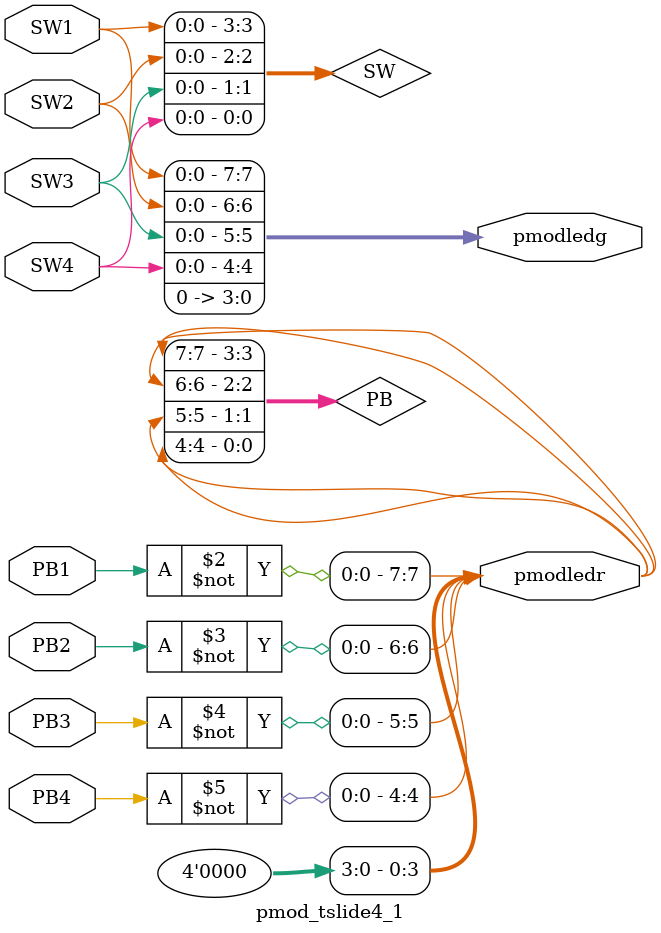
<source format=v>
module pmod_tslide4_1 (
  input SW1,
  input SW2,
  input SW3,
  input SW4,
  input PB1,
  input PB2,
  input PB3,
  input PB4,
  output [0:7] pmodledg,
  output [0:7] pmodledr
);
reg [0:3] SW;
reg [0:3] PB;
assign pmodledg[0] = SW[0];
assign pmodledg[1] = SW[1];
assign pmodledg[2] = SW[2];
assign pmodledg[3] = SW[3];
assign pmodledr[7] = PB[0];
assign pmodledr[6] = PB[1];
assign pmodledr[5] = PB[2];
assign pmodledr[4] = PB[3];

always
begin
  SW[0] = SW1;
  SW[1] = SW2;
  SW[2] = SW3;
  SW[3] = SW4;
  PB[0] = ~PB1;
  PB[1] = ~PB2;
  PB[2] = ~PB3;
  PB[3] = ~PB4;
  // hardcode the unused LED as 'off'
  pmodledg[4] <= 1'b0;
  pmodledg[5] <= 1'b0;
  pmodledg[6] <= 1'b0;
  pmodledg[7] <= 1'b0;
  pmodledr[3] <= 1'b0;
  pmodledr[2] <= 1'b0;
  pmodledr[1] <= 1'b0;
  pmodledr[0] <= 1'b0;
end
endmodule

</source>
